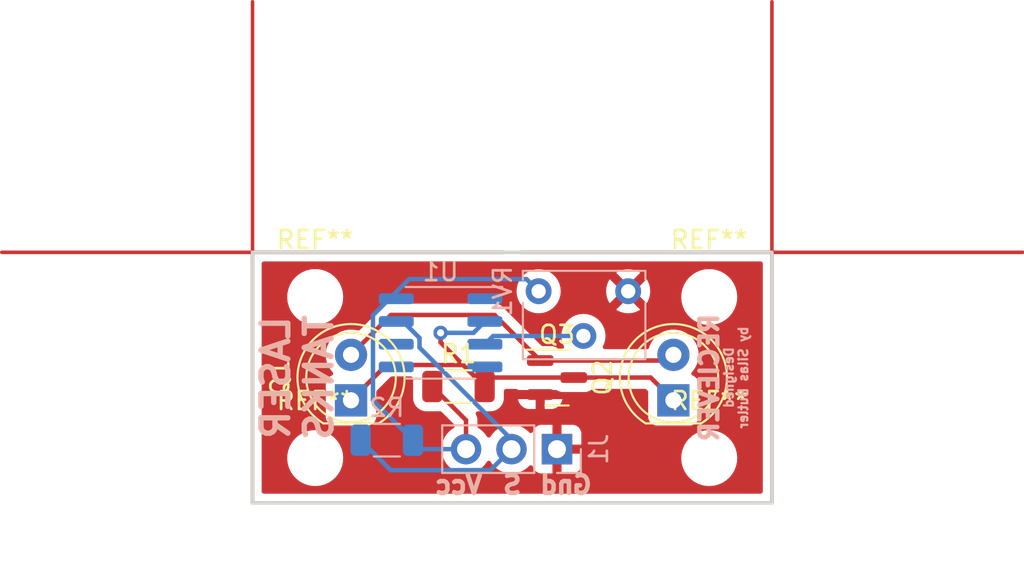
<source format=kicad_pcb>
(kicad_pcb (version 20211014) (generator pcbnew)
  (layers (0 "F.Cu" signal) (31 "B.Cu" signal) (34 "B.Paste" user) (35 "F.Paste" user) (36 "B.SilkS" user "B.Silkscreen") (37 "F.SilkS" user "F.Silkscreen") (38 "B.Mask" user) (39 "F.Mask" user) (44 "Edge.Cuts" user))
  (net 0 "")
  (net 1 "GND")
  (net 2 "Net-(J1-Pad2)")
  (net 3 "VCC")
  (net 4 "Net-(Q1-Pad2)")
  (net 5 "Net-(Q1-Pad1)")
  (net 6 "Net-(RV1-Pad2)")
  (footprint "Package_TO_SOT_SMD:SOT-23" (layer "F.Cu") (at 117.5 107.5)
    (fp_text reference "Q3" (at 0 -2.4) (layer "F.SilkS"))
    (fp_text value "BC846")
    (fp_line (start 0 -1.56) (end -1.675 -1.56) (layer "F.SilkS") (width 0.12))
    (fp_line (start 0 1.56) (end 0.65 1.56) (layer "F.SilkS") (width 0.12))
    (fp_line (start 0 -1.56) (end 0.65 -1.56) (layer "F.SilkS") (width 0.12))
    (fp_line (start 0 1.56) (end -0.65 1.56) (layer "F.SilkS") (width 0.12))
    (pad "1" smd roundrect (at -0.9375 -0.95) (size 1.475 0.6) (layers "F.Cu" "F.Paste" "F.Mask") (net 4 "Net-(Q1-Pad2)"))
    (pad "2" smd roundrect (at -0.9375 0.95) (size 1.475 0.6) (layers "F.Cu" "F.Paste" "F.Mask") (net 1 "GND"))
    (pad "3" smd roundrect (at 0.9375 0) (size 1.475 0.6) (layers "F.Cu" "F.Paste" "F.Mask") (net 5 "Net-(Q1-Pad1)"))
  )
  (footprint "MountingHole:MountingHole_2.1mm" (layer "F.Cu") (at 104 112)
    (fp_text reference "REF**" (at 0 -3.2) (layer "F.SilkS"))
    (fp_text value "MountingHole_2.1mm")
    (pad "" np_thru_hole circle (at 0 0) (size 2.1 2.1) (drill 2.1) (layers *.Cu *.Mask))
  )
  (footprint "MountingHole:MountingHole_2.1mm" (layer "F.Cu") (at 126 103)
    (fp_text reference "REF**" (at 0 -3.2) (layer "F.SilkS"))
    (fp_text value "MountingHole_2.1mm")
    (pad "" np_thru_hole circle (at 0 0) (size 2.1 2.1) (drill 2.1) (layers *.Cu *.Mask))
  )
  (footprint "LED_THT:LED_D5.0mm" (layer "F.Cu") (at 106 108.77 90)
    (fp_text reference "Q1" (at 1.27 -3.96 90) (layer "F.SilkS"))
    (fp_text value "Q_Photo_NPN")
    (fp_line (start -1.29 -1.545) (end -1.29 1.545) (layer "F.SilkS") (width 0.12))
    (fp_arc (start 4.26 -0.000462) (mid 2.072002 2.880433) (end -1.29 1.54483) (layer "F.SilkS") (width 0.12))
    (fp_arc (start -1.29 -1.54483) (mid 2.072002 -2.880433) (end 4.26 0.000462) (layer "F.SilkS") (width 0.12))
    (fp_circle (center 1.27 0) (end 3.77 0) (layer "F.SilkS") (width 0.12) (fill none))
    (pad "1" thru_hole rect (at 0 0 90) (size 1.8 1.8) (drill 0.9) (layers *.Cu *.Mask) (net 5 "Net-(Q1-Pad1)"))
    (pad "2" thru_hole circle (at 2.54 0 90) (size 1.8 1.8) (drill 0.9) (layers *.Cu *.Mask) (net 4 "Net-(Q1-Pad2)"))
  )
  (footprint "MountingHole:MountingHole_2.1mm" (layer "F.Cu") (at 126 112)
    (fp_text reference "REF**" (at 0 -3.2) (layer "F.SilkS"))
    (fp_text value "MountingHole_2.1mm")
    (pad "" np_thru_hole circle (at 0 0) (size 2.1 2.1) (drill 2.1) (layers *.Cu *.Mask))
  )
  (footprint "LED_THT:LED_D5.0mm" (layer "F.Cu") (at 124 108.77 90)
    (fp_text reference "Q2" (at 1.27 -3.96 90) (layer "F.SilkS"))
    (fp_text value "Q_Photo_NPN")
    (fp_line (start -1.29 -1.545) (end -1.29 1.545) (layer "F.SilkS") (width 0.12))
    (fp_arc (start 4.26 -0.000462) (mid 2.072002 2.880433) (end -1.29 1.54483) (layer "F.SilkS") (width 0.12))
    (fp_arc (start -1.29 -1.54483) (mid 2.072002 -2.880433) (end 4.26 0.000462) (layer "F.SilkS") (width 0.12))
    (fp_circle (center 1.27 0) (end 3.77 0) (layer "F.SilkS") (width 0.12) (fill none))
    (pad "1" thru_hole rect (at 0 0 90) (size 1.8 1.8) (drill 0.9) (layers *.Cu *.Mask) (net 5 "Net-(Q1-Pad1)"))
    (pad "2" thru_hole circle (at 2.54 0 90) (size 1.8 1.8) (drill 0.9) (layers *.Cu *.Mask) (net 4 "Net-(Q1-Pad2)"))
  )
  (footprint "MountingHole:MountingHole_2.1mm" (layer "F.Cu") (at 104 103)
    (fp_text reference "REF**" (at 0 -3.2) (layer "F.SilkS"))
    (fp_text value "MountingHole_2.1mm")
    (pad "" np_thru_hole circle (at 0 0) (size 2.1 2.1) (drill 2.1) (layers *.Cu *.Mask))
  )
  (footprint "Resistor_SMD:R_1206_3216Metric" (layer "F.Cu") (at 112 108)
    (fp_text reference "R1" (at 0 -1.82) (layer "F.SilkS"))
    (fp_text value "1k")
    (fp_line (start -0.727064 0.91) (end 0.727064 0.91) (layer "F.SilkS") (width 0.12))
    (fp_line (start -0.727064 -0.91) (end 0.727064 -0.91) (layer "F.SilkS") (width 0.12))
    (pad "1" smd roundrect (at -1.4625 0) (size 1.125 1.75) (layers "F.Cu" "F.Paste" "F.Mask") (roundrect_rratio 0.2222222222) (net 3 "VCC"))
    (pad "2" smd roundrect (at 1.4625 0) (size 1.125 1.75) (layers "F.Cu" "F.Paste" "F.Mask") (roundrect_rratio 0.2222222222) (net 5 "Net-(Q1-Pad1)"))
  )
  (footprint "Resistor_SMD:R_1206_3216Metric" (layer "B.Cu") (at 108 111 180)
    (fp_text reference "R2" (at 0 1.82) (layer "B.SilkS") (effects (justify mirror)))
    (fp_text value "1k")
    (fp_line (start -0.727064 -0.91) (end 0.727064 -0.91) (layer "B.SilkS") (width 0.12))
    (fp_line (start -0.727064 0.91) (end 0.727064 0.91) (layer "B.SilkS") (width 0.12))
    (pad "1" smd roundrect (at -1.4625 0 180) (size 1.125 1.75) (layers "B.Cu" "B.Paste" "B.Mask") (roundrect_rratio 0.2222222222) (net 3 "VCC"))
    (pad "2" smd roundrect (at 1.4625 0 180) (size 1.125 1.75) (layers "B.Cu" "B.Paste" "B.Mask") (roundrect_rratio 0.2222222222) (net 2 "Net-(J1-Pad2)"))
  )
  (footprint "Package_SO:SOIC-8_3.9x4.9mm_P1.27mm" (layer "B.Cu") (at 111 105 180)
    (fp_text reference "U1" (at 0 3.4) (layer "B.SilkS") (effects (justify mirror)))
    (fp_text value "LM311")
    (fp_line (start 0 -2.56) (end -1.95 -2.56) (layer "B.SilkS") (width 0.12))
    (fp_line (start 0 2.56) (end 1.95 2.56) (layer "B.SilkS") (width 0.12))
    (fp_line (start 0 -2.56) (end 1.95 -2.56) (layer "B.SilkS") (width 0.12))
    (fp_line (start 0 2.56) (end -3.45 2.56) (layer "B.SilkS") (width 0.12))
    (pad "1" smd roundrect (at -2.475 1.905 180) (size 1.95 0.6) (layers "B.Cu" "B.Paste" "B.Mask") (net 1 "GND"))
    (pad "2" smd roundrect (at -2.475 0.635 180) (size 1.95 0.6) (layers "B.Cu" "B.Paste" "B.Mask") (net 5 "Net-(Q1-Pad1)"))
    (pad "3" smd roundrect (at -2.475 -0.635 180) (size 1.95 0.6) (layers "B.Cu" "B.Paste" "B.Mask") (net 6 "Net-(RV1-Pad2)"))
    (pad "4" smd roundrect (at -2.475 -1.905 180) (size 1.95 0.6) (layers "B.Cu" "B.Paste" "B.Mask") (net 1 "GND"))
    (pad "5" smd roundrect (at 2.475 -1.905 180) (size 1.95 0.6) (layers "B.Cu" "B.Paste" "B.Mask"))
    (pad "6" smd roundrect (at 2.475 -0.635 180) (size 1.95 0.6) (layers "B.Cu" "B.Paste" "B.Mask"))
    (pad "7" smd roundrect (at 2.475 0.635 180) (size 1.95 0.6) (layers "B.Cu" "B.Paste" "B.Mask") (net 2 "Net-(J1-Pad2)"))
    (pad "8" smd roundrect (at 2.475 1.905 180) (size 1.95 0.6) (layers "B.Cu" "B.Paste" "B.Mask") (net 3 "VCC"))
  )
  (footprint "Connector_PinHeader_2.54mm:PinHeader_1x03_P2.54mm_Vertical" (layer "B.Cu") (at 117.5 111.5 90)
    (fp_text reference "J1" (at 0 2.33 90) (layer "B.SilkS") (effects (justify mirror)))
    (fp_text value "Conn_01x03_Male")
    (fp_line (start -1.33 -1.27) (end 1.33 -1.27) (layer "B.SilkS") (width 0.12))
    (fp_line (start -1.33 -6.41) (end 1.33 -6.41) (layer "B.SilkS") (width 0.12))
    (fp_line (start -1.33 -1.27) (end -1.33 -6.41) (layer "B.SilkS") (width 0.12))
    (fp_line (start 1.33 -1.27) (end 1.33 -6.41) (layer "B.SilkS") (width 0.12))
    (fp_line (start -1.33 0) (end -1.33 1.33) (layer "B.SilkS") (width 0.12))
    (fp_line (start -1.33 1.33) (end 0 1.33) (layer "B.SilkS") (width 0.12))
    (pad "1" thru_hole rect (at 0 0 90) (size 1.7 1.7) (drill 1) (layers *.Cu *.Mask) (net 1 "GND"))
    (pad "2" thru_hole oval (at 0 -2.54 90) (size 1.7 1.7) (drill 1) (layers *.Cu *.Mask) (net 2 "Net-(J1-Pad2)"))
    (pad "3" thru_hole oval (at 0 -5.08 90) (size 1.7 1.7) (drill 1) (layers *.Cu *.Mask) (net 3 "VCC"))
  )
  (footprint "Potentiometer_THT:Potentiometer_Vishay_T73XX_Horizontal" (layer "B.Cu") (at 116.475 102.675 -90)
    (fp_text reference "RV1" (at 0 2.01 90) (layer "B.SilkS") (effects (justify mirror)))
    (fp_text value "R_Potentiometer_Trim_US")
    (fp_line (start 0.65 0.88) (end 3.8 0.88) (layer "B.SilkS") (width 0.12))
    (fp_line (start 0.65 -5.96) (end 3.8 -5.96) (layer "B.SilkS") (width 0.12))
    (fp_line (start -1.14 0.88) (end -0.65 0.88) (layer "B.SilkS") (width 0.12))
    (fp_line (start 3.8 0.88) (end 3.8 -5.96) (layer "B.SilkS") (width 0.12))
    (fp_line (start -1.14 0.88) (end -1.14 -5.96) (layer "B.SilkS") (width 0.12))
    (fp_line (start -1.14 -5.96) (end -0.65 -5.96) (layer "B.SilkS") (width 0.12))
    (pad "1" thru_hole circle (at 0 0 270) (size 1.44 1.44) (drill 0.8) (layers *.Cu *.Mask) (net 3 "VCC"))
    (pad "2" thru_hole circle (at 2.5 -2.5 270) (size 1.44 1.44) (drill 0.8) (layers *.Cu *.Mask) (net 6 "Net-(RV1-Pad2)"))
    (pad "3" thru_hole circle (at 0 -5 270) (size 1.44 1.44) (drill 0.8) (layers *.Cu *.Mask) (net 1 "GND"))
  )
  (gr_rect (start 100.5 100.5) (end 129.5 114.5) (layer "Edge.Cuts") (width 0.2) (fill none))
  (gr_text "Designed\nby Silas Butler" (at 127.5 107.5 90) (layer "B.SilkS") (effects (font (size 0.5 0.5) (thickness 0.125)) (justify mirror)))
  (gr_text "Vcc" (at 112 113.5) (layer "B.SilkS") (effects (font (size 1 1) (thickness 0.25)) (justify mirror)))
  (gr_text "RECIEVER" (at 126 107.5 90) (layer "B.SilkS") (effects (font (size 1 1) (thickness 0.25)) (justify mirror)))
  (gr_text "Gnd" (at 118 113.5) (layer "B.SilkS") (effects (font (size 1 1) (thickness 0.25)) (justify mirror)))
  (gr_text "LASER\nTANKS" (at 103 107.5 90) (layer "B.SilkS") (effects (font (size 1.5 1.5) (thickness 0.3)) (justify mirror)))
  (gr_text "S" (at 115 113.5) (layer "B.SilkS") (effects (font (size 1 1) (thickness 0.25)) (justify mirror)))
  (dimension (type center) (layer "F.Cu") (pts (xy 129.5 100.5) (xy 129.5 114.5)) (style (thickness 0.2) (arrow_length 1.27) (text_position_mode 0) (extension_offset 0.5) keep_text_aligned))
  (dimension (type center) (layer "F.Cu") (pts (xy 100.5 100.5) (xy 100.5 114.5)) (style (thickness 0.2) (arrow_length 1.27) (text_position_mode 0) (extension_offset 0.5) keep_text_aligned))
  (segment (start 108.212011 112.674511) (end 106.5375 111) (width 0.25) (layer "B.Cu") (net 2))
  (segment (start 108.901072 104.365) (end 108.525 104.365) (width 0.25) (layer "B.Cu") (net 2))
  (segment (start 114.96 111.5) (end 114.96 110.96) (width 0.25) (layer "B.Cu") (net 2))
  (segment (start 109.82452 105.288448) (end 108.901072 104.365) (width 0.25) (layer "B.Cu") (net 2))
  (segment (start 113.785489 112.674511) (end 108.212011 112.674511) (width 0.25) (layer "B.Cu") (net 2))
  (segment (start 109.82452 105.82452) (end 109.82452 105.288448) (width 0.25) (layer "B.Cu") (net 2))
  (segment (start 114.96 111.5) (end 113.785489 112.674511) (width 0.25) (layer "B.Cu") (net 2))
  (segment (start 114.96 110.96) (end 109.82452 105.82452) (width 0.25) (layer "B.Cu") (net 2))
  (segment (start 112.42 109.8825) (end 112.42 111.5) (width 0.25) (layer "F.Cu") (net 3))
  (segment (start 110.5375 108) (end 112.42 109.8825) (width 0.25) (layer "F.Cu") (net 3))
  (segment (start 107.22548 108.76298) (end 107.22548 104.018448) (width 0.25) (layer "B.Cu") (net 3))
  (segment (start 112.42 111.5) (end 109.9625 111.5) (width 0.25) (layer "B.Cu") (net 3))
  (segment (start 107.22548 104.018448) (end 109.243928 102) (width 0.25) (layer "B.Cu") (net 3))
  (segment (start 109.4625 111) (end 107.22548 108.76298) (width 0.25) (layer "B.Cu") (net 3))
  (segment (start 109.243928 102) (end 115.8 102) (width 0.25) (layer "B.Cu") (net 3))
  (segment (start 115.8 102) (end 116.475 102.675) (width 0.25) (layer "B.Cu") (net 3))
  (segment (start 109.9625 111.5) (end 109.4625 111) (width 0.25) (layer "B.Cu") (net 3))
  (segment (start 116.5625 106.55) (end 114.0125 104) (width 0.25) (layer "F.Cu") (net 4))
  (segment (start 108.23 104) (end 106 106.23) (width 0.25) (layer "F.Cu") (net 4))
  (segment (start 116.5625 106.55) (end 124.495 106.55) (width 0.25) (layer "F.Cu") (net 4))
  (segment (start 114.0125 104) (end 108.23 104) (width 0.25) (layer "F.Cu") (net 4))
  (segment (start 113.4625 108) (end 113.9625 107.5) (width 0.25) (layer "F.Cu") (net 5))
  (segment (start 111 105) (end 111 105.5375) (width 0.25) (layer "F.Cu") (net 5))
  (segment (start 113.4625 108) (end 112.26298 106.80048) (width 0.25) (layer "F.Cu") (net 5))
  (segment (start 113.9625 107.5) (end 118.4375 107.5) (width 0.25) (layer "F.Cu") (net 5))
  (segment (start 124 108.77) (end 122.73 107.5) (width 0.25) (layer "F.Cu") (net 5))
  (segment (start 107.96952 106.80048) (end 106 108.77) (width 0.25) (layer "F.Cu") (net 5))
  (segment (start 122.73 107.5) (end 118.4375 107.5) (width 0.25) (layer "F.Cu") (net 5))
  (segment (start 112.26298 106.80048) (end 107.96952 106.80048) (width 0.25) (layer "F.Cu") (net 5))
  (segment (start 111 105.5375) (end 113.4625 108) (width 0.25) (layer "F.Cu") (net 5))
  (segment (start 124.185 108.585) (end 124 108.77) (width 0.25) (layer "F.Cu") (net 5))
  (via (at 111 105) (size 0.8) (drill 0.4) (layers "F.Cu" "B.Cu") (net 5))
  (segment (start 111 105) (end 112.84 105) (width 0.25) (layer "B.Cu") (net 5))
  (segment (start 112.84 105) (end 113.475 104.365) (width 0.25) (layer "B.Cu") (net 5))
  (segment (start 118.975 105.175) (end 113.935 105.175) (width 0.25) (layer "B.Cu") (net 6))
  (segment (start 113.935 105.175) (end 113.475 105.635) (width 0.25) (layer "B.Cu") (net 6))
  (zone (net 1) (net_name "GND") (layer "F.Cu") (connect_pads (clearance 0.508)) (min_thickness 0.254) (fill yes (thermal_gap 0.508) (thermal_bridge_width 0.508))
    (polygon (pts (xy 129 114) (xy 101 114) (xy 101 101) (xy 129 101)))
  )
)
</source>
